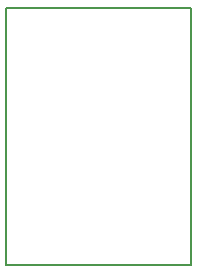
<source format=gbo>
G04 MADE WITH FRITZING*
G04 WWW.FRITZING.ORG*
G04 DOUBLE SIDED*
G04 HOLES PLATED*
G04 CONTOUR ON CENTER OF CONTOUR VECTOR*
%ASAXBY*%
%FSLAX23Y23*%
%MOIN*%
%OFA0B0*%
%SFA1.0B1.0*%
%ADD10R,0.624850X0.866142X0.608850X0.850142*%
%ADD11C,0.008000*%
%LNSILK0*%
G90*
G70*
G54D11*
X4Y862D02*
X621Y862D01*
X621Y4D01*
X4Y4D01*
X4Y862D01*
D02*
G04 End of Silk0*
M02*
</source>
